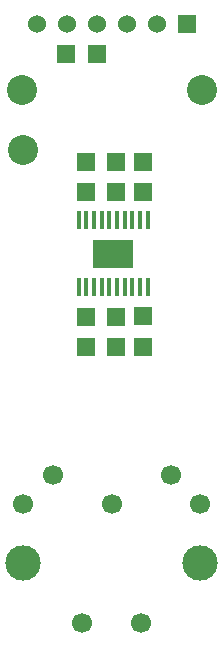
<source format=gbr>
G04 #@! TF.FileFunction,Soldermask,Bot*
%FSLAX46Y46*%
G04 Gerber Fmt 4.6, Leading zero omitted, Abs format (unit mm)*
G04 Created by KiCad (PCBNEW no-vcs-found-product) date Fri 17 Jul 2015 01:59:30 PM CDT*
%MOMM*%
G01*
G04 APERTURE LIST*
%ADD10C,0.100000*%
%ADD11R,1.600000X1.500000*%
%ADD12R,1.500000X1.600000*%
%ADD13R,1.524000X1.524000*%
%ADD14C,1.524000*%
%ADD15C,2.540000*%
%ADD16R,0.400000X1.600000*%
%ADD17R,3.380000X2.400000*%
%ADD18C,1.700000*%
%ADD19C,3.000000*%
G04 APERTURE END LIST*
D10*
D11*
X126649000Y-99822000D03*
X124049000Y-99822000D03*
X126649000Y-84201000D03*
X124049000Y-84201000D03*
X126649000Y-97282000D03*
X124049000Y-97282000D03*
X126649000Y-86741000D03*
X124049000Y-86741000D03*
D12*
X128905000Y-86771000D03*
X128905000Y-84171000D03*
D13*
X132588000Y-72517000D03*
D14*
X130048000Y-72517000D03*
X127508000Y-72517000D03*
X124968000Y-72517000D03*
X122428000Y-72517000D03*
X119888000Y-72517000D03*
D11*
X122398000Y-75057000D03*
X124998000Y-75057000D03*
D15*
X133858000Y-78105000D03*
X118618000Y-78105000D03*
X118745000Y-83185000D03*
D16*
X129290000Y-94748000D03*
X128640000Y-94748000D03*
X127990000Y-94748000D03*
X127340000Y-94748000D03*
X126690000Y-94748000D03*
X126040000Y-94748000D03*
X125390000Y-94748000D03*
X124740000Y-94748000D03*
X124090000Y-94748000D03*
X123440000Y-94748000D03*
X123440000Y-89148000D03*
X124090000Y-89148000D03*
X124740000Y-89148000D03*
X125390000Y-89148000D03*
X126040000Y-89148000D03*
X126690000Y-89148000D03*
X127340000Y-89148000D03*
X127990000Y-89148000D03*
X128640000Y-89148000D03*
X129290000Y-89148000D03*
D17*
X126365000Y-91948000D03*
D12*
X128905000Y-97252000D03*
X128905000Y-99852000D03*
D18*
X133738000Y-113190000D03*
X126238000Y-113190000D03*
X118738000Y-113190000D03*
X131238000Y-110690000D03*
X121238000Y-110690000D03*
X128738000Y-123190000D03*
X123738000Y-123190000D03*
D19*
X133738000Y-118190000D03*
X118738000Y-118190000D03*
M02*

</source>
